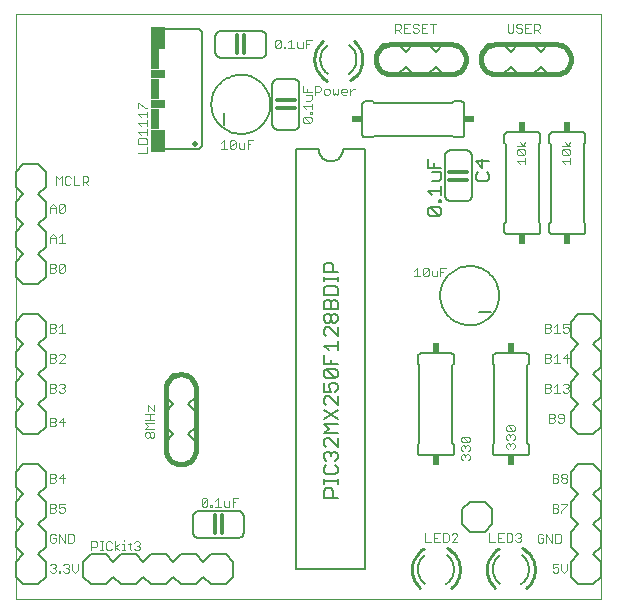
<source format=gto>
G75*
G70*
%OFA0B0*%
%FSLAX24Y24*%
%IPPOS*%
%LPD*%
%AMOC8*
5,1,8,0,0,1.08239X$1,22.5*
%
%ADD10C,0.0000*%
%ADD11C,0.0030*%
%ADD12C,0.0160*%
%ADD13C,0.0060*%
%ADD14C,0.0050*%
%ADD15C,0.0080*%
%ADD16C,0.0120*%
%ADD17R,0.0240X0.0340*%
%ADD18C,0.0100*%
%ADD19C,0.0200*%
%ADD20R,0.0500X0.0750*%
%ADD21R,0.0300X0.0700*%
%ADD22R,0.0500X0.0300*%
%ADD23R,0.0340X0.0240*%
D10*
X000181Y000181D02*
X000181Y019681D01*
X019681Y019681D01*
X019681Y000181D01*
X000181Y000181D01*
D11*
X001321Y001120D02*
X001370Y001071D01*
X001467Y001071D01*
X001515Y001120D01*
X001515Y001168D01*
X001467Y001217D01*
X001418Y001217D01*
X001467Y001217D02*
X001515Y001265D01*
X001515Y001313D01*
X001467Y001362D01*
X001370Y001362D01*
X001321Y001313D01*
X001616Y001120D02*
X001664Y001120D01*
X001664Y001071D01*
X001616Y001071D01*
X001616Y001120D01*
X001763Y001120D02*
X001812Y001071D01*
X001909Y001071D01*
X001957Y001120D01*
X001957Y001168D01*
X001909Y001217D01*
X001860Y001217D01*
X001909Y001217D02*
X001957Y001265D01*
X001957Y001313D01*
X001909Y001362D01*
X001812Y001362D01*
X001763Y001313D01*
X002058Y001362D02*
X002058Y001168D01*
X002155Y001071D01*
X002251Y001168D01*
X002251Y001362D01*
X002696Y001821D02*
X002696Y002112D01*
X002842Y002112D01*
X002890Y002063D01*
X002890Y001967D01*
X002842Y001918D01*
X002696Y001918D01*
X002991Y001821D02*
X003088Y001821D01*
X003039Y001821D02*
X003039Y002112D01*
X002991Y002112D02*
X003088Y002112D01*
X003187Y002063D02*
X003187Y001870D01*
X003236Y001821D01*
X003333Y001821D01*
X003381Y001870D01*
X003482Y001918D02*
X003627Y002015D01*
X003728Y002015D02*
X003776Y002015D01*
X003776Y001821D01*
X003728Y001821D02*
X003824Y001821D01*
X003972Y001870D02*
X004021Y001821D01*
X003972Y001870D02*
X003972Y002063D01*
X003924Y002015D02*
X004021Y002015D01*
X004120Y002063D02*
X004169Y002112D01*
X004266Y002112D01*
X004314Y002063D01*
X004314Y002015D01*
X004266Y001967D01*
X004314Y001918D01*
X004314Y001870D01*
X004266Y001821D01*
X004169Y001821D01*
X004120Y001870D01*
X004217Y001967D02*
X004266Y001967D01*
X003776Y002112D02*
X003776Y002160D01*
X003482Y002112D02*
X003482Y001821D01*
X003482Y001918D02*
X003627Y001821D01*
X003381Y002063D02*
X003333Y002112D01*
X003236Y002112D01*
X003187Y002063D01*
X002104Y002120D02*
X002104Y002313D01*
X002056Y002362D01*
X001911Y002362D01*
X001911Y002071D01*
X002056Y002071D01*
X002104Y002120D01*
X001810Y002071D02*
X001810Y002362D01*
X001616Y002362D02*
X001616Y002071D01*
X001515Y002120D02*
X001515Y002217D01*
X001418Y002217D01*
X001321Y002313D02*
X001321Y002120D01*
X001370Y002071D01*
X001467Y002071D01*
X001515Y002120D01*
X001515Y002313D02*
X001467Y002362D01*
X001370Y002362D01*
X001321Y002313D01*
X001616Y002362D02*
X001810Y002071D01*
X001761Y003071D02*
X001664Y003071D01*
X001616Y003120D01*
X001616Y003217D02*
X001713Y003265D01*
X001761Y003265D01*
X001810Y003217D01*
X001810Y003120D01*
X001761Y003071D01*
X001616Y003217D02*
X001616Y003362D01*
X001810Y003362D01*
X001515Y003313D02*
X001515Y003265D01*
X001467Y003217D01*
X001321Y003217D01*
X001321Y003362D02*
X001321Y003071D01*
X001467Y003071D01*
X001515Y003120D01*
X001515Y003168D01*
X001467Y003217D01*
X001515Y003313D02*
X001467Y003362D01*
X001321Y003362D01*
X001321Y004071D02*
X001467Y004071D01*
X001515Y004120D01*
X001515Y004168D01*
X001467Y004217D01*
X001321Y004217D01*
X001321Y004362D02*
X001321Y004071D01*
X001467Y004217D02*
X001515Y004265D01*
X001515Y004313D01*
X001467Y004362D01*
X001321Y004362D01*
X001616Y004217D02*
X001810Y004217D01*
X001761Y004362D02*
X001616Y004217D01*
X001761Y004071D02*
X001761Y004362D01*
X001761Y005946D02*
X001761Y006237D01*
X001616Y006092D01*
X001810Y006092D01*
X001515Y006140D02*
X001467Y006092D01*
X001321Y006092D01*
X001321Y006237D02*
X001467Y006237D01*
X001515Y006188D01*
X001515Y006140D01*
X001467Y006092D02*
X001515Y006043D01*
X001515Y005995D01*
X001467Y005946D01*
X001321Y005946D01*
X001321Y006237D01*
X001321Y007071D02*
X001467Y007071D01*
X001515Y007120D01*
X001515Y007168D01*
X001467Y007217D01*
X001321Y007217D01*
X001321Y007362D02*
X001321Y007071D01*
X001467Y007217D02*
X001515Y007265D01*
X001515Y007313D01*
X001467Y007362D01*
X001321Y007362D01*
X001616Y007313D02*
X001664Y007362D01*
X001761Y007362D01*
X001810Y007313D01*
X001810Y007265D01*
X001761Y007217D01*
X001810Y007168D01*
X001810Y007120D01*
X001761Y007071D01*
X001664Y007071D01*
X001616Y007120D01*
X001713Y007217D02*
X001761Y007217D01*
X001810Y008071D02*
X001616Y008071D01*
X001810Y008265D01*
X001810Y008313D01*
X001761Y008362D01*
X001664Y008362D01*
X001616Y008313D01*
X001515Y008313D02*
X001467Y008362D01*
X001321Y008362D01*
X001321Y008071D01*
X001467Y008071D01*
X001515Y008120D01*
X001515Y008168D01*
X001467Y008217D01*
X001321Y008217D01*
X001467Y008217D02*
X001515Y008265D01*
X001515Y008313D01*
X001467Y009071D02*
X001321Y009071D01*
X001321Y009362D01*
X001467Y009362D01*
X001515Y009313D01*
X001515Y009265D01*
X001467Y009217D01*
X001321Y009217D01*
X001467Y009217D02*
X001515Y009168D01*
X001515Y009120D01*
X001467Y009071D01*
X001616Y009071D02*
X001810Y009071D01*
X001713Y009071D02*
X001713Y009362D01*
X001616Y009265D01*
X001664Y011071D02*
X001616Y011120D01*
X001810Y011313D01*
X001810Y011120D01*
X001761Y011071D01*
X001664Y011071D01*
X001616Y011120D02*
X001616Y011313D01*
X001664Y011362D01*
X001761Y011362D01*
X001810Y011313D01*
X001515Y011313D02*
X001515Y011265D01*
X001467Y011217D01*
X001321Y011217D01*
X001321Y011362D02*
X001321Y011071D01*
X001467Y011071D01*
X001515Y011120D01*
X001515Y011168D01*
X001467Y011217D01*
X001515Y011313D02*
X001467Y011362D01*
X001321Y011362D01*
X001321Y012071D02*
X001321Y012265D01*
X001418Y012362D01*
X001515Y012265D01*
X001515Y012071D01*
X001616Y012071D02*
X001810Y012071D01*
X001713Y012071D02*
X001713Y012362D01*
X001616Y012265D01*
X001515Y012217D02*
X001321Y012217D01*
X001321Y013071D02*
X001321Y013265D01*
X001418Y013362D01*
X001515Y013265D01*
X001515Y013071D01*
X001616Y013120D02*
X001616Y013313D01*
X001664Y013362D01*
X001761Y013362D01*
X001810Y013313D01*
X001616Y013120D01*
X001664Y013071D01*
X001761Y013071D01*
X001810Y013120D01*
X001810Y013313D01*
X001515Y013217D02*
X001321Y013217D01*
X001518Y014001D02*
X001518Y014292D01*
X001615Y014195D01*
X001711Y014292D01*
X001711Y014001D01*
X001812Y014050D02*
X001812Y014243D01*
X001861Y014292D01*
X001958Y014292D01*
X002006Y014243D01*
X002107Y014292D02*
X002107Y014001D01*
X002301Y014001D01*
X002402Y014001D02*
X002402Y014292D01*
X002547Y014292D01*
X002595Y014243D01*
X002595Y014147D01*
X002547Y014098D01*
X002402Y014098D01*
X002499Y014098D02*
X002595Y014001D01*
X002006Y014050D02*
X001958Y014001D01*
X001861Y014001D01*
X001812Y014050D01*
X004251Y015071D02*
X004541Y015071D01*
X004541Y015265D01*
X004541Y015366D02*
X004541Y015511D01*
X004493Y015560D01*
X004300Y015560D01*
X004251Y015511D01*
X004251Y015366D01*
X004541Y015366D01*
X004541Y015661D02*
X004541Y015854D01*
X004541Y015757D02*
X004251Y015757D01*
X004348Y015661D01*
X004348Y015955D02*
X004251Y016052D01*
X004541Y016052D01*
X004541Y015955D02*
X004541Y016149D01*
X004541Y016250D02*
X004541Y016443D01*
X004541Y016347D02*
X004251Y016347D01*
X004348Y016250D01*
X004251Y016545D02*
X004251Y016738D01*
X004300Y016738D01*
X004493Y016545D01*
X004541Y016545D01*
X007018Y015395D02*
X007115Y015492D01*
X007115Y015201D01*
X007211Y015201D02*
X007018Y015201D01*
X007312Y015250D02*
X007506Y015443D01*
X007506Y015250D01*
X007458Y015201D01*
X007361Y015201D01*
X007312Y015250D01*
X007312Y015443D01*
X007361Y015492D01*
X007458Y015492D01*
X007506Y015443D01*
X007607Y015395D02*
X007607Y015250D01*
X007655Y015201D01*
X007801Y015201D01*
X007801Y015395D01*
X007902Y015347D02*
X007999Y015347D01*
X008095Y015492D02*
X007902Y015492D01*
X007902Y015201D01*
X009751Y016120D02*
X009751Y016217D01*
X009800Y016265D01*
X009993Y016071D01*
X010041Y016120D01*
X010041Y016217D01*
X009993Y016265D01*
X009800Y016265D01*
X009751Y016120D02*
X009800Y016071D01*
X009993Y016071D01*
X009993Y016366D02*
X009993Y016414D01*
X010041Y016414D01*
X010041Y016366D01*
X009993Y016366D01*
X010041Y016513D02*
X010041Y016707D01*
X010041Y016610D02*
X009751Y016610D01*
X009848Y016513D01*
X009848Y016808D02*
X009993Y016808D01*
X010041Y016856D01*
X010041Y017001D01*
X009848Y017001D01*
X009896Y017103D02*
X009896Y017199D01*
X009751Y017103D02*
X009751Y017296D01*
X009751Y017103D02*
X010041Y017103D01*
X010147Y017098D02*
X010292Y017098D01*
X010341Y017147D01*
X010341Y017243D01*
X010292Y017292D01*
X010147Y017292D01*
X010147Y017001D01*
X010442Y017050D02*
X010490Y017001D01*
X010587Y017001D01*
X010635Y017050D01*
X010635Y017147D01*
X010587Y017195D01*
X010490Y017195D01*
X010442Y017147D01*
X010442Y017050D01*
X010737Y017050D02*
X010785Y017001D01*
X010833Y017050D01*
X010882Y017001D01*
X010930Y017050D01*
X010930Y017195D01*
X011031Y017147D02*
X011080Y017195D01*
X011176Y017195D01*
X011225Y017147D01*
X011225Y017098D01*
X011031Y017098D01*
X011031Y017050D02*
X011031Y017147D01*
X011031Y017050D02*
X011080Y017001D01*
X011176Y017001D01*
X011326Y017001D02*
X011326Y017195D01*
X011423Y017195D02*
X011471Y017195D01*
X011423Y017195D02*
X011326Y017098D01*
X010737Y017050D02*
X010737Y017195D01*
X009852Y018551D02*
X009852Y018842D01*
X010045Y018842D01*
X009949Y018697D02*
X009852Y018697D01*
X009751Y018745D02*
X009751Y018551D01*
X009605Y018551D01*
X009557Y018600D01*
X009557Y018745D01*
X009456Y018551D02*
X009262Y018551D01*
X009359Y018551D02*
X009359Y018842D01*
X009262Y018745D01*
X009164Y018600D02*
X009115Y018600D01*
X009115Y018551D01*
X009164Y018551D01*
X009164Y018600D01*
X009014Y018600D02*
X009014Y018793D01*
X008821Y018600D01*
X008869Y018551D01*
X008966Y018551D01*
X009014Y018600D01*
X009014Y018793D02*
X008966Y018842D01*
X008869Y018842D01*
X008821Y018793D01*
X008821Y018600D01*
X012821Y019071D02*
X012821Y019362D01*
X012967Y019362D01*
X013015Y019313D01*
X013015Y019217D01*
X012967Y019168D01*
X012821Y019168D01*
X012918Y019168D02*
X013015Y019071D01*
X013116Y019071D02*
X013116Y019362D01*
X013310Y019362D01*
X013411Y019313D02*
X013411Y019265D01*
X013459Y019217D01*
X013556Y019217D01*
X013604Y019168D01*
X013604Y019120D01*
X013556Y019071D01*
X013459Y019071D01*
X013411Y019120D01*
X013310Y019071D02*
X013116Y019071D01*
X013116Y019217D02*
X013213Y019217D01*
X013411Y019313D02*
X013459Y019362D01*
X013556Y019362D01*
X013604Y019313D01*
X013705Y019362D02*
X013705Y019071D01*
X013899Y019071D01*
X013802Y019217D02*
X013705Y019217D01*
X013705Y019362D02*
X013899Y019362D01*
X014000Y019362D02*
X014193Y019362D01*
X014097Y019362D02*
X014097Y019071D01*
X016571Y019120D02*
X016620Y019071D01*
X016717Y019071D01*
X016765Y019120D01*
X016765Y019362D01*
X016866Y019313D02*
X016866Y019265D01*
X016914Y019217D01*
X017011Y019217D01*
X017060Y019168D01*
X017060Y019120D01*
X017011Y019071D01*
X016914Y019071D01*
X016866Y019120D01*
X016866Y019313D02*
X016914Y019362D01*
X017011Y019362D01*
X017060Y019313D01*
X017161Y019362D02*
X017161Y019071D01*
X017354Y019071D01*
X017455Y019071D02*
X017455Y019362D01*
X017600Y019362D01*
X017649Y019313D01*
X017649Y019217D01*
X017600Y019168D01*
X017455Y019168D01*
X017552Y019168D02*
X017649Y019071D01*
X017354Y019362D02*
X017161Y019362D01*
X017161Y019217D02*
X017257Y019217D01*
X016571Y019120D02*
X016571Y019362D01*
X016973Y015431D02*
X017070Y015286D01*
X017166Y015431D01*
X017166Y015286D02*
X016876Y015286D01*
X016925Y015185D02*
X016876Y015136D01*
X016876Y015039D01*
X016925Y014991D01*
X017118Y014991D01*
X016925Y015185D01*
X017118Y015185D01*
X017166Y015136D01*
X017166Y015039D01*
X017118Y014991D01*
X017166Y014890D02*
X017166Y014696D01*
X017166Y014793D02*
X016876Y014793D01*
X016973Y014696D01*
X018376Y014793D02*
X018666Y014793D01*
X018666Y014696D02*
X018666Y014890D01*
X018618Y014991D02*
X018425Y015185D01*
X018618Y015185D01*
X018666Y015136D01*
X018666Y015039D01*
X018618Y014991D01*
X018425Y014991D01*
X018376Y015039D01*
X018376Y015136D01*
X018425Y015185D01*
X018376Y015286D02*
X018666Y015286D01*
X018570Y015286D02*
X018473Y015431D01*
X018570Y015286D02*
X018666Y015431D01*
X018376Y014793D02*
X018473Y014696D01*
X014524Y011237D02*
X014330Y011237D01*
X014330Y010946D01*
X014229Y010946D02*
X014229Y011140D01*
X014330Y011092D02*
X014427Y011092D01*
X014229Y010946D02*
X014084Y010946D01*
X014036Y010995D01*
X014036Y011140D01*
X013935Y011188D02*
X013935Y010995D01*
X013886Y010946D01*
X013789Y010946D01*
X013741Y010995D01*
X013935Y011188D01*
X013886Y011237D01*
X013789Y011237D01*
X013741Y011188D01*
X013741Y010995D01*
X013640Y010946D02*
X013446Y010946D01*
X013543Y010946D02*
X013543Y011237D01*
X013446Y011140D01*
X017821Y009362D02*
X017821Y009071D01*
X017967Y009071D01*
X018015Y009120D01*
X018015Y009168D01*
X017967Y009217D01*
X017821Y009217D01*
X017821Y009362D02*
X017967Y009362D01*
X018015Y009313D01*
X018015Y009265D01*
X017967Y009217D01*
X018116Y009265D02*
X018213Y009362D01*
X018213Y009071D01*
X018116Y009071D02*
X018310Y009071D01*
X018411Y009120D02*
X018459Y009071D01*
X018556Y009071D01*
X018604Y009120D01*
X018604Y009217D01*
X018556Y009265D01*
X018507Y009265D01*
X018411Y009217D01*
X018411Y009362D01*
X018604Y009362D01*
X018556Y008362D02*
X018411Y008217D01*
X018604Y008217D01*
X018556Y008362D02*
X018556Y008071D01*
X018310Y008071D02*
X018116Y008071D01*
X018213Y008071D02*
X018213Y008362D01*
X018116Y008265D01*
X018015Y008265D02*
X017967Y008217D01*
X017821Y008217D01*
X017821Y008362D02*
X017821Y008071D01*
X017967Y008071D01*
X018015Y008120D01*
X018015Y008168D01*
X017967Y008217D01*
X018015Y008265D02*
X018015Y008313D01*
X017967Y008362D01*
X017821Y008362D01*
X017821Y007362D02*
X017967Y007362D01*
X018015Y007313D01*
X018015Y007265D01*
X017967Y007217D01*
X017821Y007217D01*
X017821Y007362D02*
X017821Y007071D01*
X017967Y007071D01*
X018015Y007120D01*
X018015Y007168D01*
X017967Y007217D01*
X018116Y007265D02*
X018213Y007362D01*
X018213Y007071D01*
X018116Y007071D02*
X018310Y007071D01*
X018411Y007120D02*
X018459Y007071D01*
X018556Y007071D01*
X018604Y007120D01*
X018604Y007168D01*
X018556Y007217D01*
X018507Y007217D01*
X018556Y007217D02*
X018604Y007265D01*
X018604Y007313D01*
X018556Y007362D01*
X018459Y007362D01*
X018411Y007313D01*
X018386Y006362D02*
X018289Y006362D01*
X018241Y006313D01*
X018241Y006265D01*
X018289Y006217D01*
X018435Y006217D01*
X018435Y006313D02*
X018435Y006120D01*
X018386Y006071D01*
X018289Y006071D01*
X018241Y006120D01*
X018140Y006120D02*
X018092Y006071D01*
X017946Y006071D01*
X017946Y006362D01*
X018092Y006362D01*
X018140Y006313D01*
X018140Y006265D01*
X018092Y006217D01*
X017946Y006217D01*
X018092Y006217D02*
X018140Y006168D01*
X018140Y006120D01*
X018386Y006362D02*
X018435Y006313D01*
X016811Y005931D02*
X016811Y005834D01*
X016763Y005786D01*
X016570Y005979D01*
X016763Y005979D01*
X016811Y005931D01*
X016763Y005786D02*
X016570Y005786D01*
X016521Y005834D01*
X016521Y005931D01*
X016570Y005979D01*
X016570Y005685D02*
X016618Y005685D01*
X016666Y005636D01*
X016715Y005685D01*
X016763Y005685D01*
X016811Y005636D01*
X016811Y005539D01*
X016763Y005491D01*
X016763Y005390D02*
X016811Y005342D01*
X016811Y005245D01*
X016763Y005196D01*
X016666Y005293D02*
X016666Y005342D01*
X016715Y005390D01*
X016763Y005390D01*
X016666Y005342D02*
X016618Y005390D01*
X016570Y005390D01*
X016521Y005342D01*
X016521Y005245D01*
X016570Y005196D01*
X016570Y005491D02*
X016521Y005539D01*
X016521Y005636D01*
X016570Y005685D01*
X016666Y005636D02*
X016666Y005588D01*
X015311Y005556D02*
X015311Y005459D01*
X015263Y005411D01*
X015070Y005604D01*
X015263Y005604D01*
X015311Y005556D01*
X015263Y005411D02*
X015070Y005411D01*
X015021Y005459D01*
X015021Y005556D01*
X015070Y005604D01*
X015070Y005310D02*
X015118Y005310D01*
X015166Y005261D01*
X015215Y005310D01*
X015263Y005310D01*
X015311Y005261D01*
X015311Y005164D01*
X015263Y005116D01*
X015263Y005015D02*
X015311Y004967D01*
X015311Y004870D01*
X015263Y004821D01*
X015166Y004918D02*
X015166Y004967D01*
X015215Y005015D01*
X015263Y005015D01*
X015166Y004967D02*
X015118Y005015D01*
X015070Y005015D01*
X015021Y004967D01*
X015021Y004870D01*
X015070Y004821D01*
X015070Y005116D02*
X015021Y005164D01*
X015021Y005261D01*
X015070Y005310D01*
X015166Y005261D02*
X015166Y005213D01*
X014850Y002387D02*
X014754Y002387D01*
X014705Y002338D01*
X014604Y002338D02*
X014604Y002145D01*
X014556Y002096D01*
X014411Y002096D01*
X014411Y002387D01*
X014556Y002387D01*
X014604Y002338D01*
X014850Y002387D02*
X014899Y002338D01*
X014899Y002290D01*
X014705Y002096D01*
X014899Y002096D01*
X014310Y002096D02*
X014116Y002096D01*
X014116Y002387D01*
X014310Y002387D01*
X014213Y002242D02*
X014116Y002242D01*
X014015Y002096D02*
X013821Y002096D01*
X013821Y002387D01*
X015946Y002387D02*
X015946Y002096D01*
X016140Y002096D01*
X016241Y002096D02*
X016435Y002096D01*
X016536Y002096D02*
X016536Y002387D01*
X016681Y002387D01*
X016729Y002338D01*
X016729Y002145D01*
X016681Y002096D01*
X016536Y002096D01*
X016338Y002242D02*
X016241Y002242D01*
X016241Y002387D02*
X016241Y002096D01*
X016241Y002387D02*
X016435Y002387D01*
X016830Y002338D02*
X016879Y002387D01*
X016975Y002387D01*
X017024Y002338D01*
X017024Y002290D01*
X016975Y002242D01*
X017024Y002193D01*
X017024Y002145D01*
X016975Y002096D01*
X016879Y002096D01*
X016830Y002145D01*
X016927Y002242D02*
X016975Y002242D01*
X017571Y002313D02*
X017571Y002120D01*
X017620Y002071D01*
X017717Y002071D01*
X017765Y002120D01*
X017765Y002217D01*
X017668Y002217D01*
X017571Y002313D02*
X017620Y002362D01*
X017717Y002362D01*
X017765Y002313D01*
X017866Y002362D02*
X018060Y002071D01*
X018060Y002362D01*
X018161Y002362D02*
X018161Y002071D01*
X018306Y002071D01*
X018354Y002120D01*
X018354Y002313D01*
X018306Y002362D01*
X018161Y002362D01*
X017866Y002362D02*
X017866Y002071D01*
X018071Y001362D02*
X018071Y001217D01*
X018168Y001265D01*
X018217Y001265D01*
X018265Y001217D01*
X018265Y001120D01*
X018217Y001071D01*
X018120Y001071D01*
X018071Y001120D01*
X018071Y001362D02*
X018265Y001362D01*
X018366Y001362D02*
X018366Y001168D01*
X018463Y001071D01*
X018560Y001168D01*
X018560Y001362D01*
X018366Y003071D02*
X018366Y003120D01*
X018560Y003313D01*
X018560Y003362D01*
X018366Y003362D01*
X018265Y003313D02*
X018265Y003265D01*
X018217Y003217D01*
X018071Y003217D01*
X018071Y003362D02*
X018071Y003071D01*
X018217Y003071D01*
X018265Y003120D01*
X018265Y003168D01*
X018217Y003217D01*
X018265Y003313D02*
X018217Y003362D01*
X018071Y003362D01*
X018071Y004071D02*
X018217Y004071D01*
X018265Y004120D01*
X018265Y004168D01*
X018217Y004217D01*
X018071Y004217D01*
X018071Y004362D02*
X018071Y004071D01*
X018217Y004217D02*
X018265Y004265D01*
X018265Y004313D01*
X018217Y004362D01*
X018071Y004362D01*
X018366Y004313D02*
X018366Y004265D01*
X018414Y004217D01*
X018511Y004217D01*
X018560Y004168D01*
X018560Y004120D01*
X018511Y004071D01*
X018414Y004071D01*
X018366Y004120D01*
X018366Y004168D01*
X018414Y004217D01*
X018511Y004217D02*
X018560Y004265D01*
X018560Y004313D01*
X018511Y004362D01*
X018414Y004362D01*
X018366Y004313D01*
X007596Y003562D02*
X007403Y003562D01*
X007403Y003271D01*
X007301Y003271D02*
X007301Y003465D01*
X007403Y003417D02*
X007499Y003417D01*
X007301Y003271D02*
X007156Y003271D01*
X007108Y003320D01*
X007108Y003465D01*
X007007Y003271D02*
X006813Y003271D01*
X006910Y003271D02*
X006910Y003562D01*
X006813Y003465D01*
X006714Y003320D02*
X006714Y003271D01*
X006666Y003271D01*
X006666Y003320D01*
X006714Y003320D01*
X006565Y003320D02*
X006517Y003271D01*
X006420Y003271D01*
X006371Y003320D01*
X006565Y003513D01*
X006565Y003320D01*
X006565Y003513D02*
X006517Y003562D01*
X006420Y003562D01*
X006371Y003513D01*
X006371Y003320D01*
X004743Y005571D02*
X004695Y005571D01*
X004646Y005620D01*
X004646Y005717D01*
X004695Y005765D01*
X004743Y005765D01*
X004791Y005717D01*
X004791Y005620D01*
X004743Y005571D01*
X004646Y005620D02*
X004598Y005571D01*
X004550Y005571D01*
X004501Y005620D01*
X004501Y005717D01*
X004550Y005765D01*
X004598Y005765D01*
X004646Y005717D01*
X004501Y005866D02*
X004598Y005963D01*
X004501Y006060D01*
X004791Y006060D01*
X004791Y006161D02*
X004501Y006161D01*
X004646Y006161D02*
X004646Y006354D01*
X004598Y006455D02*
X004598Y006649D01*
X004791Y006455D01*
X004791Y006649D01*
X004791Y006354D02*
X004501Y006354D01*
X004501Y005866D02*
X004791Y005866D01*
D12*
X005181Y005181D02*
X005181Y007181D01*
X005681Y007681D02*
X005725Y007679D01*
X005768Y007673D01*
X005810Y007664D01*
X005852Y007651D01*
X005892Y007634D01*
X005931Y007614D01*
X005968Y007591D01*
X006002Y007564D01*
X006035Y007535D01*
X006064Y007502D01*
X006091Y007468D01*
X006114Y007431D01*
X006134Y007392D01*
X006151Y007352D01*
X006164Y007310D01*
X006173Y007268D01*
X006179Y007225D01*
X006181Y007181D01*
X006181Y005181D01*
X005681Y004681D02*
X005637Y004683D01*
X005594Y004689D01*
X005552Y004698D01*
X005510Y004711D01*
X005470Y004728D01*
X005431Y004748D01*
X005394Y004771D01*
X005360Y004798D01*
X005327Y004827D01*
X005298Y004860D01*
X005271Y004894D01*
X005248Y004931D01*
X005228Y004970D01*
X005211Y005010D01*
X005198Y005052D01*
X005189Y005094D01*
X005183Y005137D01*
X005181Y005181D01*
X005681Y004681D02*
X005725Y004683D01*
X005768Y004689D01*
X005810Y004698D01*
X005852Y004711D01*
X005892Y004728D01*
X005931Y004748D01*
X005968Y004771D01*
X006002Y004798D01*
X006035Y004827D01*
X006064Y004860D01*
X006091Y004894D01*
X006114Y004931D01*
X006134Y004970D01*
X006151Y005010D01*
X006164Y005052D01*
X006173Y005094D01*
X006179Y005137D01*
X006181Y005181D01*
X005181Y007181D02*
X005183Y007225D01*
X005189Y007268D01*
X005198Y007310D01*
X005211Y007352D01*
X005228Y007392D01*
X005248Y007431D01*
X005271Y007468D01*
X005298Y007502D01*
X005327Y007535D01*
X005360Y007564D01*
X005394Y007591D01*
X005431Y007614D01*
X005470Y007634D01*
X005510Y007651D01*
X005552Y007664D01*
X005594Y007673D01*
X005637Y007679D01*
X005681Y007681D01*
X012681Y017681D02*
X014681Y017681D01*
X014725Y017683D01*
X014768Y017689D01*
X014810Y017698D01*
X014852Y017711D01*
X014892Y017728D01*
X014931Y017748D01*
X014968Y017771D01*
X015002Y017798D01*
X015035Y017827D01*
X015064Y017860D01*
X015091Y017894D01*
X015114Y017931D01*
X015134Y017970D01*
X015151Y018010D01*
X015164Y018052D01*
X015173Y018094D01*
X015179Y018137D01*
X015181Y018181D01*
X015179Y018225D01*
X015173Y018268D01*
X015164Y018310D01*
X015151Y018352D01*
X015134Y018392D01*
X015114Y018431D01*
X015091Y018468D01*
X015064Y018502D01*
X015035Y018535D01*
X015002Y018564D01*
X014968Y018591D01*
X014931Y018614D01*
X014892Y018634D01*
X014852Y018651D01*
X014810Y018664D01*
X014768Y018673D01*
X014725Y018679D01*
X014681Y018681D01*
X012681Y018681D01*
X012637Y018679D01*
X012594Y018673D01*
X012552Y018664D01*
X012510Y018651D01*
X012470Y018634D01*
X012431Y018614D01*
X012394Y018591D01*
X012360Y018564D01*
X012327Y018535D01*
X012298Y018502D01*
X012271Y018468D01*
X012248Y018431D01*
X012228Y018392D01*
X012211Y018352D01*
X012198Y018310D01*
X012189Y018268D01*
X012183Y018225D01*
X012181Y018181D01*
X012183Y018137D01*
X012189Y018094D01*
X012198Y018052D01*
X012211Y018010D01*
X012228Y017970D01*
X012248Y017931D01*
X012271Y017894D01*
X012298Y017860D01*
X012327Y017827D01*
X012360Y017798D01*
X012394Y017771D01*
X012431Y017748D01*
X012470Y017728D01*
X012510Y017711D01*
X012552Y017698D01*
X012594Y017689D01*
X012637Y017683D01*
X012681Y017681D01*
X016181Y017681D02*
X018181Y017681D01*
X018225Y017683D01*
X018268Y017689D01*
X018310Y017698D01*
X018352Y017711D01*
X018392Y017728D01*
X018431Y017748D01*
X018468Y017771D01*
X018502Y017798D01*
X018535Y017827D01*
X018564Y017860D01*
X018591Y017894D01*
X018614Y017931D01*
X018634Y017970D01*
X018651Y018010D01*
X018664Y018052D01*
X018673Y018094D01*
X018679Y018137D01*
X018681Y018181D01*
X018679Y018225D01*
X018673Y018268D01*
X018664Y018310D01*
X018651Y018352D01*
X018634Y018392D01*
X018614Y018431D01*
X018591Y018468D01*
X018564Y018502D01*
X018535Y018535D01*
X018502Y018564D01*
X018468Y018591D01*
X018431Y018614D01*
X018392Y018634D01*
X018352Y018651D01*
X018310Y018664D01*
X018268Y018673D01*
X018225Y018679D01*
X018181Y018681D01*
X016181Y018681D01*
X016137Y018679D01*
X016094Y018673D01*
X016052Y018664D01*
X016010Y018651D01*
X015970Y018634D01*
X015931Y018614D01*
X015894Y018591D01*
X015860Y018564D01*
X015827Y018535D01*
X015798Y018502D01*
X015771Y018468D01*
X015748Y018431D01*
X015728Y018392D01*
X015711Y018352D01*
X015698Y018310D01*
X015689Y018268D01*
X015683Y018225D01*
X015681Y018181D01*
X015683Y018137D01*
X015689Y018094D01*
X015698Y018052D01*
X015711Y018010D01*
X015728Y017970D01*
X015748Y017931D01*
X015771Y017894D01*
X015798Y017860D01*
X015827Y017827D01*
X015860Y017798D01*
X015894Y017771D01*
X015931Y017748D01*
X015970Y017728D01*
X016010Y017711D01*
X016052Y017698D01*
X016094Y017689D01*
X016137Y017683D01*
X016181Y017681D01*
D13*
X015131Y016681D02*
X015131Y015681D01*
X015129Y015664D01*
X015125Y015647D01*
X015118Y015631D01*
X015108Y015617D01*
X015095Y015604D01*
X015081Y015594D01*
X015065Y015587D01*
X015048Y015583D01*
X015031Y015581D01*
X014781Y015581D01*
X014731Y015631D01*
X012131Y015631D01*
X012081Y015581D01*
X011831Y015581D01*
X011814Y015583D01*
X011797Y015587D01*
X011781Y015594D01*
X011767Y015604D01*
X011754Y015617D01*
X011744Y015631D01*
X011737Y015647D01*
X011733Y015664D01*
X011731Y015681D01*
X011731Y016681D01*
X011733Y016698D01*
X011737Y016715D01*
X011744Y016731D01*
X011754Y016745D01*
X011767Y016758D01*
X011781Y016768D01*
X011797Y016775D01*
X011814Y016779D01*
X011831Y016781D01*
X012081Y016781D01*
X012131Y016731D01*
X014731Y016731D01*
X014781Y016781D01*
X015031Y016781D01*
X015048Y016779D01*
X015065Y016775D01*
X015081Y016768D01*
X015095Y016758D01*
X015108Y016745D01*
X015118Y016731D01*
X015125Y016715D01*
X015129Y016698D01*
X015131Y016681D01*
X016456Y015656D02*
X016456Y015406D01*
X016506Y015356D01*
X016506Y012756D01*
X016456Y012706D01*
X016456Y012456D01*
X016458Y012439D01*
X016462Y012422D01*
X016469Y012406D01*
X016479Y012392D01*
X016492Y012379D01*
X016506Y012369D01*
X016522Y012362D01*
X016539Y012358D01*
X016556Y012356D01*
X017556Y012356D01*
X017573Y012358D01*
X017590Y012362D01*
X017606Y012369D01*
X017620Y012379D01*
X017633Y012392D01*
X017643Y012406D01*
X017650Y012422D01*
X017654Y012439D01*
X017656Y012456D01*
X017656Y012706D01*
X017606Y012756D01*
X017606Y015356D01*
X017656Y015406D01*
X017656Y015656D01*
X017654Y015673D01*
X017650Y015690D01*
X017643Y015706D01*
X017633Y015720D01*
X017620Y015733D01*
X017606Y015743D01*
X017590Y015750D01*
X017573Y015754D01*
X017556Y015756D01*
X016556Y015756D01*
X016539Y015754D01*
X016522Y015750D01*
X016506Y015743D01*
X016492Y015733D01*
X016479Y015720D01*
X016469Y015706D01*
X016462Y015690D01*
X016458Y015673D01*
X016456Y015656D01*
X015381Y014956D02*
X015381Y013656D01*
X015379Y013630D01*
X015374Y013604D01*
X015366Y013579D01*
X015354Y013556D01*
X015340Y013534D01*
X015322Y013515D01*
X015303Y013497D01*
X015281Y013483D01*
X015258Y013471D01*
X015233Y013463D01*
X015207Y013458D01*
X015181Y013456D01*
X014681Y013456D01*
X014655Y013458D01*
X014629Y013463D01*
X014604Y013471D01*
X014581Y013483D01*
X014559Y013497D01*
X014540Y013515D01*
X014522Y013534D01*
X014508Y013556D01*
X014496Y013579D01*
X014488Y013604D01*
X014483Y013630D01*
X014481Y013656D01*
X014481Y014956D01*
X014483Y014982D01*
X014488Y015008D01*
X014496Y015033D01*
X014508Y015056D01*
X014522Y015078D01*
X014540Y015097D01*
X014559Y015115D01*
X014581Y015129D01*
X014604Y015141D01*
X014629Y015149D01*
X014655Y015154D01*
X014681Y015156D01*
X015181Y015156D01*
X015207Y015154D01*
X015233Y015149D01*
X015258Y015141D01*
X015281Y015129D01*
X015303Y015115D01*
X015322Y015097D01*
X015340Y015078D01*
X015354Y015056D01*
X015366Y015033D01*
X015374Y015008D01*
X015379Y014982D01*
X015381Y014956D01*
X017956Y015406D02*
X018006Y015356D01*
X018006Y012756D01*
X017956Y012706D01*
X017956Y012456D01*
X017958Y012439D01*
X017962Y012422D01*
X017969Y012406D01*
X017979Y012392D01*
X017992Y012379D01*
X018006Y012369D01*
X018022Y012362D01*
X018039Y012358D01*
X018056Y012356D01*
X019056Y012356D01*
X019073Y012358D01*
X019090Y012362D01*
X019106Y012369D01*
X019120Y012379D01*
X019133Y012392D01*
X019143Y012406D01*
X019150Y012422D01*
X019154Y012439D01*
X019156Y012456D01*
X019156Y012706D01*
X019106Y012756D01*
X019106Y015356D01*
X019156Y015406D01*
X019156Y015656D01*
X019154Y015673D01*
X019150Y015690D01*
X019143Y015706D01*
X019133Y015720D01*
X019120Y015733D01*
X019106Y015743D01*
X019090Y015750D01*
X019073Y015754D01*
X019056Y015756D01*
X018056Y015756D01*
X018039Y015754D01*
X018022Y015750D01*
X018006Y015743D01*
X017992Y015733D01*
X017979Y015720D01*
X017969Y015706D01*
X017962Y015690D01*
X017958Y015673D01*
X017956Y015656D01*
X017956Y015406D01*
X011831Y015181D02*
X011081Y015181D01*
X011079Y015142D01*
X011073Y015103D01*
X011064Y015065D01*
X011051Y015028D01*
X011034Y014992D01*
X011014Y014959D01*
X010990Y014927D01*
X010964Y014898D01*
X010935Y014872D01*
X010903Y014848D01*
X010870Y014828D01*
X010834Y014811D01*
X010797Y014798D01*
X010759Y014789D01*
X010720Y014783D01*
X010681Y014781D01*
X010642Y014783D01*
X010603Y014789D01*
X010565Y014798D01*
X010528Y014811D01*
X010492Y014828D01*
X010459Y014848D01*
X010427Y014872D01*
X010398Y014898D01*
X010372Y014927D01*
X010348Y014959D01*
X010328Y014992D01*
X010311Y015028D01*
X010298Y015065D01*
X010289Y015103D01*
X010283Y015142D01*
X010281Y015181D01*
X009531Y015181D01*
X009531Y001181D01*
X011831Y001181D01*
X011831Y015181D01*
X009631Y016031D02*
X009631Y017331D01*
X009629Y017357D01*
X009624Y017383D01*
X009616Y017408D01*
X009604Y017431D01*
X009590Y017453D01*
X009572Y017472D01*
X009553Y017490D01*
X009531Y017504D01*
X009508Y017516D01*
X009483Y017524D01*
X009457Y017529D01*
X009431Y017531D01*
X008931Y017531D01*
X008905Y017529D01*
X008879Y017524D01*
X008854Y017516D01*
X008831Y017504D01*
X008809Y017490D01*
X008790Y017472D01*
X008772Y017453D01*
X008758Y017431D01*
X008746Y017408D01*
X008738Y017383D01*
X008733Y017357D01*
X008731Y017331D01*
X008731Y016031D01*
X008733Y016005D01*
X008738Y015979D01*
X008746Y015954D01*
X008758Y015931D01*
X008772Y015909D01*
X008790Y015890D01*
X008809Y015872D01*
X008831Y015858D01*
X008854Y015846D01*
X008879Y015838D01*
X008905Y015833D01*
X008931Y015831D01*
X009431Y015831D01*
X009457Y015833D01*
X009483Y015838D01*
X009508Y015846D01*
X009531Y015858D01*
X009553Y015872D01*
X009572Y015890D01*
X009590Y015909D01*
X009604Y015931D01*
X009616Y015954D01*
X009624Y015979D01*
X009629Y016005D01*
X009631Y016031D01*
X011299Y017707D02*
X011334Y017737D01*
X011367Y017768D01*
X011397Y017803D01*
X011424Y017839D01*
X011448Y017877D01*
X011470Y017917D01*
X011488Y017959D01*
X011504Y018002D01*
X011516Y018046D01*
X011524Y018090D01*
X011529Y018136D01*
X011531Y018181D01*
X011529Y018226D01*
X011524Y018272D01*
X011516Y018316D01*
X011504Y018360D01*
X011488Y018403D01*
X011470Y018445D01*
X011448Y018485D01*
X011424Y018523D01*
X011397Y018559D01*
X011367Y018594D01*
X011334Y018625D01*
X011299Y018655D01*
X010331Y018181D02*
X010333Y018135D01*
X010338Y018089D01*
X010347Y018043D01*
X010359Y017998D01*
X010375Y017955D01*
X010394Y017913D01*
X010417Y017872D01*
X010442Y017833D01*
X010470Y017797D01*
X010501Y017762D01*
X010535Y017730D01*
X010571Y017701D01*
X010331Y018181D02*
X010333Y018228D01*
X010339Y018276D01*
X010348Y018322D01*
X010361Y018368D01*
X010377Y018412D01*
X010397Y018456D01*
X010421Y018497D01*
X010447Y018536D01*
X010477Y018573D01*
X010510Y018608D01*
X010545Y018640D01*
X010582Y018669D01*
X008531Y018431D02*
X008531Y018931D01*
X008529Y018957D01*
X008524Y018983D01*
X008516Y019008D01*
X008504Y019031D01*
X008490Y019053D01*
X008472Y019072D01*
X008453Y019090D01*
X008431Y019104D01*
X008408Y019116D01*
X008383Y019124D01*
X008357Y019129D01*
X008331Y019131D01*
X007031Y019131D01*
X007005Y019129D01*
X006979Y019124D01*
X006954Y019116D01*
X006931Y019104D01*
X006909Y019090D01*
X006890Y019072D01*
X006872Y019053D01*
X006858Y019031D01*
X006846Y019008D01*
X006838Y018983D01*
X006833Y018957D01*
X006831Y018931D01*
X006831Y018431D01*
X006833Y018405D01*
X006838Y018379D01*
X006846Y018354D01*
X006858Y018331D01*
X006872Y018309D01*
X006890Y018290D01*
X006909Y018272D01*
X006931Y018258D01*
X006954Y018246D01*
X006979Y018238D01*
X007005Y018233D01*
X007031Y018231D01*
X008331Y018231D01*
X008357Y018233D01*
X008383Y018238D01*
X008408Y018246D01*
X008431Y018258D01*
X008453Y018272D01*
X008472Y018290D01*
X008490Y018309D01*
X008504Y018331D01*
X008516Y018354D01*
X008524Y018379D01*
X008529Y018405D01*
X008531Y018431D01*
X006381Y019081D02*
X006381Y015281D01*
X006281Y015181D01*
X005131Y015181D01*
X005131Y019181D02*
X006281Y019181D01*
X006381Y019081D01*
X013681Y008381D02*
X014681Y008381D01*
X014698Y008379D01*
X014715Y008375D01*
X014731Y008368D01*
X014745Y008358D01*
X014758Y008345D01*
X014768Y008331D01*
X014775Y008315D01*
X014779Y008298D01*
X014781Y008281D01*
X014781Y008031D01*
X014731Y007981D01*
X014731Y005381D01*
X014781Y005331D01*
X014781Y005081D01*
X014779Y005064D01*
X014775Y005047D01*
X014768Y005031D01*
X014758Y005017D01*
X014745Y005004D01*
X014731Y004994D01*
X014715Y004987D01*
X014698Y004983D01*
X014681Y004981D01*
X013681Y004981D01*
X013664Y004983D01*
X013647Y004987D01*
X013631Y004994D01*
X013617Y005004D01*
X013604Y005017D01*
X013594Y005031D01*
X013587Y005047D01*
X013583Y005064D01*
X013581Y005081D01*
X013581Y005331D01*
X013631Y005381D01*
X013631Y007981D01*
X013581Y008031D01*
X013581Y008281D01*
X013583Y008298D01*
X013587Y008315D01*
X013594Y008331D01*
X013604Y008345D01*
X013617Y008358D01*
X013631Y008368D01*
X013647Y008375D01*
X013664Y008379D01*
X013681Y008381D01*
X016081Y008281D02*
X016081Y008031D01*
X016131Y007981D01*
X016131Y005381D01*
X016081Y005331D01*
X016081Y005081D01*
X016083Y005064D01*
X016087Y005047D01*
X016094Y005031D01*
X016104Y005017D01*
X016117Y005004D01*
X016131Y004994D01*
X016147Y004987D01*
X016164Y004983D01*
X016181Y004981D01*
X017181Y004981D01*
X017198Y004983D01*
X017215Y004987D01*
X017231Y004994D01*
X017245Y005004D01*
X017258Y005017D01*
X017268Y005031D01*
X017275Y005047D01*
X017279Y005064D01*
X017281Y005081D01*
X017281Y005331D01*
X017231Y005381D01*
X017231Y007981D01*
X017281Y008031D01*
X017281Y008281D01*
X017279Y008298D01*
X017275Y008315D01*
X017268Y008331D01*
X017258Y008345D01*
X017245Y008358D01*
X017231Y008368D01*
X017215Y008375D01*
X017198Y008379D01*
X017181Y008381D01*
X016181Y008381D01*
X016164Y008379D01*
X016147Y008375D01*
X016131Y008368D01*
X016117Y008358D01*
X016104Y008345D01*
X016094Y008331D01*
X016087Y008315D01*
X016083Y008298D01*
X016081Y008281D01*
X016313Y001655D02*
X016278Y001625D01*
X016245Y001594D01*
X016215Y001559D01*
X016188Y001523D01*
X016164Y001485D01*
X016142Y001445D01*
X016124Y001403D01*
X016108Y001360D01*
X016096Y001316D01*
X016088Y001272D01*
X016083Y001226D01*
X016081Y001181D01*
X016083Y001136D01*
X016088Y001090D01*
X016096Y001046D01*
X016108Y001002D01*
X016124Y000959D01*
X016142Y000917D01*
X016164Y000877D01*
X016188Y000839D01*
X016215Y000803D01*
X016245Y000768D01*
X016278Y000737D01*
X016313Y000707D01*
X017281Y001181D02*
X017279Y001227D01*
X017274Y001273D01*
X017265Y001319D01*
X017253Y001364D01*
X017237Y001407D01*
X017218Y001449D01*
X017195Y001490D01*
X017170Y001529D01*
X017142Y001565D01*
X017111Y001600D01*
X017077Y001632D01*
X017041Y001661D01*
X017281Y001181D02*
X017279Y001134D01*
X017273Y001086D01*
X017264Y001040D01*
X017251Y000994D01*
X017235Y000950D01*
X017215Y000906D01*
X017191Y000865D01*
X017165Y000826D01*
X017135Y000789D01*
X017102Y000754D01*
X017067Y000722D01*
X017030Y000693D01*
X013813Y001655D02*
X013778Y001625D01*
X013745Y001594D01*
X013715Y001559D01*
X013688Y001523D01*
X013664Y001485D01*
X013642Y001445D01*
X013624Y001403D01*
X013608Y001360D01*
X013596Y001316D01*
X013588Y001272D01*
X013583Y001226D01*
X013581Y001181D01*
X013583Y001136D01*
X013588Y001090D01*
X013596Y001046D01*
X013608Y001002D01*
X013624Y000959D01*
X013642Y000917D01*
X013664Y000877D01*
X013688Y000839D01*
X013715Y000803D01*
X013745Y000768D01*
X013778Y000737D01*
X013813Y000707D01*
X014781Y001181D02*
X014779Y001227D01*
X014774Y001273D01*
X014765Y001319D01*
X014753Y001364D01*
X014737Y001407D01*
X014718Y001449D01*
X014695Y001490D01*
X014670Y001529D01*
X014642Y001565D01*
X014611Y001600D01*
X014577Y001632D01*
X014541Y001661D01*
X014781Y001181D02*
X014779Y001134D01*
X014773Y001086D01*
X014764Y001040D01*
X014751Y000994D01*
X014735Y000950D01*
X014715Y000906D01*
X014691Y000865D01*
X014665Y000826D01*
X014635Y000789D01*
X014602Y000754D01*
X014567Y000722D01*
X014530Y000693D01*
X007781Y002431D02*
X007781Y002931D01*
X007779Y002957D01*
X007774Y002983D01*
X007766Y003008D01*
X007754Y003031D01*
X007740Y003053D01*
X007722Y003072D01*
X007703Y003090D01*
X007681Y003104D01*
X007658Y003116D01*
X007633Y003124D01*
X007607Y003129D01*
X007581Y003131D01*
X006281Y003131D01*
X006255Y003129D01*
X006229Y003124D01*
X006204Y003116D01*
X006181Y003104D01*
X006159Y003090D01*
X006140Y003072D01*
X006122Y003053D01*
X006108Y003031D01*
X006096Y003008D01*
X006088Y002983D01*
X006083Y002957D01*
X006081Y002931D01*
X006081Y002431D01*
X006083Y002405D01*
X006088Y002379D01*
X006096Y002354D01*
X006108Y002331D01*
X006122Y002309D01*
X006140Y002290D01*
X006159Y002272D01*
X006181Y002258D01*
X006204Y002246D01*
X006229Y002238D01*
X006255Y002233D01*
X006281Y002231D01*
X007581Y002231D01*
X007607Y002233D01*
X007633Y002238D01*
X007658Y002246D01*
X007681Y002258D01*
X007703Y002272D01*
X007722Y002290D01*
X007740Y002309D01*
X007754Y002331D01*
X007766Y002354D01*
X007774Y002379D01*
X007779Y002405D01*
X007781Y002431D01*
D14*
X010456Y003576D02*
X010456Y003801D01*
X010531Y003877D01*
X010681Y003877D01*
X010756Y003801D01*
X010756Y003576D01*
X010906Y003576D02*
X010456Y003576D01*
X010456Y004037D02*
X010456Y004187D01*
X010456Y004112D02*
X010906Y004112D01*
X010906Y004037D02*
X010906Y004187D01*
X010831Y004344D02*
X010531Y004344D01*
X010456Y004419D01*
X010456Y004569D01*
X010531Y004644D01*
X010531Y004804D02*
X010456Y004879D01*
X010456Y005029D01*
X010531Y005104D01*
X010606Y005104D01*
X010681Y005029D01*
X010756Y005104D01*
X010831Y005104D01*
X010906Y005029D01*
X010906Y004879D01*
X010831Y004804D01*
X010831Y004644D02*
X010906Y004569D01*
X010906Y004419D01*
X010831Y004344D01*
X010681Y004954D02*
X010681Y005029D01*
X010531Y005264D02*
X010456Y005339D01*
X010456Y005489D01*
X010531Y005564D01*
X010606Y005564D01*
X010906Y005264D01*
X010906Y005564D01*
X010906Y005725D02*
X010456Y005725D01*
X010606Y005875D01*
X010456Y006025D01*
X010906Y006025D01*
X010906Y006185D02*
X010456Y006485D01*
X010531Y006645D02*
X010456Y006720D01*
X010456Y006870D01*
X010531Y006946D01*
X010606Y006946D01*
X010906Y006645D01*
X010906Y006946D01*
X010831Y007106D02*
X010906Y007181D01*
X010906Y007331D01*
X010831Y007406D01*
X010681Y007406D01*
X010606Y007331D01*
X010606Y007256D01*
X010681Y007106D01*
X010456Y007106D01*
X010456Y007406D01*
X010531Y007566D02*
X010456Y007641D01*
X010456Y007791D01*
X010531Y007866D01*
X010831Y007566D01*
X010906Y007641D01*
X010906Y007791D01*
X010831Y007866D01*
X010531Y007866D01*
X010456Y008026D02*
X010456Y008327D01*
X010606Y008487D02*
X010456Y008637D01*
X010906Y008637D01*
X010906Y008487D02*
X010906Y008787D01*
X010906Y008947D02*
X010606Y009247D01*
X010531Y009247D01*
X010456Y009172D01*
X010456Y009022D01*
X010531Y008947D01*
X010906Y008947D02*
X010906Y009247D01*
X010831Y009407D02*
X010756Y009407D01*
X010681Y009482D01*
X010681Y009633D01*
X010756Y009708D01*
X010831Y009708D01*
X010906Y009633D01*
X010906Y009482D01*
X010831Y009407D01*
X010681Y009482D02*
X010606Y009407D01*
X010531Y009407D01*
X010456Y009482D01*
X010456Y009633D01*
X010531Y009708D01*
X010606Y009708D01*
X010681Y009633D01*
X010681Y009868D02*
X010681Y010093D01*
X010756Y010168D01*
X010831Y010168D01*
X010906Y010093D01*
X010906Y009868D01*
X010456Y009868D01*
X010456Y010093D01*
X010531Y010168D01*
X010606Y010168D01*
X010681Y010093D01*
X010456Y010328D02*
X010456Y010553D01*
X010531Y010628D01*
X010831Y010628D01*
X010906Y010553D01*
X010906Y010328D01*
X010456Y010328D01*
X010456Y010789D02*
X010456Y010939D01*
X010456Y010864D02*
X010906Y010864D01*
X010906Y010789D02*
X010906Y010939D01*
X010906Y011095D02*
X010456Y011095D01*
X010456Y011321D01*
X010531Y011396D01*
X010681Y011396D01*
X010756Y011321D01*
X010756Y011095D01*
X010681Y008176D02*
X010681Y008026D01*
X010906Y008026D02*
X010456Y008026D01*
X010531Y007566D02*
X010831Y007566D01*
X010906Y006485D02*
X010456Y006185D01*
X013981Y012960D02*
X013906Y013035D01*
X013906Y013185D01*
X013981Y013260D01*
X014281Y012960D01*
X014356Y013035D01*
X014356Y013185D01*
X014281Y013260D01*
X013981Y013260D01*
X014281Y013420D02*
X014281Y013495D01*
X014356Y013495D01*
X014356Y013420D01*
X014281Y013420D01*
X014356Y013650D02*
X014356Y013950D01*
X014356Y013800D02*
X013906Y013800D01*
X014056Y013650D01*
X014056Y014111D02*
X014281Y014111D01*
X014356Y014186D01*
X014356Y014411D01*
X014056Y014411D01*
X014131Y014571D02*
X014131Y014721D01*
X013906Y014571D02*
X013906Y014871D01*
X013906Y014571D02*
X014356Y014571D01*
X015506Y014796D02*
X015731Y014571D01*
X015731Y014871D01*
X015956Y014796D02*
X015506Y014796D01*
X015581Y014411D02*
X015506Y014336D01*
X015506Y014186D01*
X015581Y014111D01*
X015881Y014111D01*
X015956Y014186D01*
X015956Y014336D01*
X015881Y014411D01*
X014281Y012960D02*
X013981Y012960D01*
D15*
X014322Y010306D02*
X014324Y010368D01*
X014330Y010431D01*
X014340Y010492D01*
X014354Y010553D01*
X014371Y010613D01*
X014392Y010672D01*
X014418Y010729D01*
X014446Y010784D01*
X014478Y010838D01*
X014514Y010889D01*
X014552Y010939D01*
X014594Y010985D01*
X014638Y011029D01*
X014686Y011070D01*
X014735Y011108D01*
X014787Y011142D01*
X014841Y011173D01*
X014897Y011201D01*
X014955Y011225D01*
X015014Y011246D01*
X015074Y011262D01*
X015135Y011275D01*
X015197Y011284D01*
X015259Y011289D01*
X015322Y011290D01*
X015384Y011287D01*
X015446Y011280D01*
X015508Y011269D01*
X015568Y011254D01*
X015628Y011236D01*
X015686Y011214D01*
X015743Y011188D01*
X015798Y011158D01*
X015851Y011125D01*
X015902Y011089D01*
X015950Y011050D01*
X015996Y011007D01*
X016039Y010962D01*
X016079Y010914D01*
X016116Y010864D01*
X016150Y010811D01*
X016181Y010757D01*
X016207Y010701D01*
X016231Y010643D01*
X016250Y010583D01*
X016266Y010523D01*
X016278Y010461D01*
X016286Y010400D01*
X016290Y010337D01*
X016290Y010275D01*
X016286Y010212D01*
X016278Y010151D01*
X016266Y010089D01*
X016250Y010029D01*
X016231Y009969D01*
X016207Y009911D01*
X016181Y009855D01*
X016150Y009801D01*
X016116Y009748D01*
X016079Y009698D01*
X016039Y009650D01*
X015996Y009605D01*
X015950Y009562D01*
X015902Y009523D01*
X015851Y009487D01*
X015798Y009454D01*
X015743Y009424D01*
X015686Y009398D01*
X015628Y009376D01*
X015568Y009358D01*
X015508Y009343D01*
X015446Y009332D01*
X015384Y009325D01*
X015322Y009322D01*
X015259Y009323D01*
X015197Y009328D01*
X015135Y009337D01*
X015074Y009350D01*
X015014Y009366D01*
X014955Y009387D01*
X014897Y009411D01*
X014841Y009439D01*
X014787Y009470D01*
X014735Y009504D01*
X014686Y009542D01*
X014638Y009583D01*
X014594Y009627D01*
X014552Y009673D01*
X014514Y009723D01*
X014478Y009774D01*
X014446Y009828D01*
X014418Y009883D01*
X014392Y009940D01*
X014371Y009999D01*
X014354Y010059D01*
X014340Y010120D01*
X014330Y010181D01*
X014324Y010244D01*
X014322Y010306D01*
X015606Y009756D02*
X016006Y009756D01*
X018681Y009431D02*
X018681Y008931D01*
X018931Y008681D01*
X018681Y008431D01*
X018681Y007931D01*
X018931Y007681D01*
X018681Y007431D01*
X018681Y006931D01*
X018931Y006681D01*
X018681Y006431D01*
X018681Y005931D01*
X018931Y005681D01*
X019431Y005681D01*
X019681Y005931D01*
X019681Y006431D01*
X019431Y006681D01*
X019681Y006931D01*
X019681Y007431D01*
X019431Y007681D01*
X019681Y007931D01*
X019681Y008431D01*
X019431Y008681D01*
X019681Y008931D01*
X019681Y009431D01*
X019431Y009681D01*
X018931Y009681D01*
X018681Y009431D01*
X018931Y004681D02*
X018681Y004431D01*
X018681Y003931D01*
X018931Y003681D01*
X018681Y003431D01*
X018681Y002931D01*
X018931Y002681D01*
X018681Y002431D01*
X018681Y001931D01*
X018931Y001681D01*
X018681Y001431D01*
X018681Y000931D01*
X018931Y000681D01*
X019431Y000681D01*
X019681Y000931D01*
X019681Y001431D01*
X019431Y001681D01*
X019681Y001931D01*
X019681Y002431D01*
X019431Y002681D01*
X019681Y002931D01*
X019681Y003431D01*
X019431Y003681D01*
X019681Y003931D01*
X019681Y004431D01*
X019431Y004681D01*
X018931Y004681D01*
X016056Y003181D02*
X016056Y002681D01*
X015806Y002431D01*
X015306Y002431D01*
X015056Y002681D01*
X015056Y003181D01*
X015306Y003431D01*
X015806Y003431D01*
X016056Y003181D01*
X007431Y001431D02*
X007431Y000931D01*
X007181Y000681D01*
X006681Y000681D01*
X006431Y000931D01*
X006181Y000681D01*
X005681Y000681D01*
X005431Y000931D01*
X005181Y000681D01*
X004681Y000681D01*
X004431Y000931D01*
X004181Y000681D01*
X003681Y000681D01*
X003431Y000931D01*
X003181Y000681D01*
X002681Y000681D01*
X002431Y000931D01*
X002431Y001431D01*
X002681Y001681D01*
X003181Y001681D01*
X003431Y001431D01*
X003681Y001681D01*
X004181Y001681D01*
X004431Y001431D01*
X004681Y001681D01*
X005181Y001681D01*
X005431Y001431D01*
X005681Y001681D01*
X006181Y001681D01*
X006431Y001431D01*
X006681Y001681D01*
X007181Y001681D01*
X007431Y001431D01*
X005931Y004681D02*
X005431Y004681D01*
X005181Y004931D01*
X005181Y005431D01*
X005431Y005681D01*
X005181Y005931D01*
X005181Y006431D01*
X005431Y006681D01*
X005181Y006931D01*
X005181Y007431D01*
X005431Y007681D01*
X005931Y007681D01*
X006181Y007431D01*
X006181Y006931D01*
X005931Y006681D01*
X006181Y006431D01*
X006181Y005931D01*
X005931Y005681D01*
X006181Y005431D01*
X006181Y004931D01*
X005931Y004681D01*
X001181Y004431D02*
X001181Y003931D01*
X000931Y003681D01*
X001181Y003431D01*
X001181Y002931D01*
X000931Y002681D01*
X001181Y002431D01*
X001181Y001931D01*
X000931Y001681D01*
X001181Y001431D01*
X001181Y000931D01*
X000931Y000681D01*
X000431Y000681D01*
X000181Y000931D01*
X000181Y001431D01*
X000431Y001681D01*
X000181Y001931D01*
X000181Y002431D01*
X000431Y002681D01*
X000181Y002931D01*
X000181Y003431D01*
X000431Y003681D01*
X000181Y003931D01*
X000181Y004431D01*
X000431Y004681D01*
X000931Y004681D01*
X001181Y004431D01*
X000931Y005681D02*
X000431Y005681D01*
X000181Y005931D01*
X000181Y006431D01*
X000431Y006681D01*
X000181Y006931D01*
X000181Y007431D01*
X000431Y007681D01*
X000181Y007931D01*
X000181Y008431D01*
X000431Y008681D01*
X000181Y008931D01*
X000181Y009431D01*
X000431Y009681D01*
X000931Y009681D01*
X001181Y009431D01*
X001181Y008931D01*
X000931Y008681D01*
X001181Y008431D01*
X001181Y007931D01*
X000931Y007681D01*
X001181Y007431D01*
X001181Y006931D01*
X000931Y006681D01*
X001181Y006431D01*
X001181Y005931D01*
X000931Y005681D01*
X000931Y010681D02*
X000431Y010681D01*
X000181Y010931D01*
X000181Y011431D01*
X000431Y011681D01*
X000181Y011931D01*
X000181Y012431D01*
X000431Y012681D01*
X000181Y012931D01*
X000181Y013431D01*
X000431Y013681D01*
X000181Y013931D01*
X000181Y014431D01*
X000431Y014681D01*
X000931Y014681D01*
X001181Y014431D01*
X001181Y013931D01*
X000931Y013681D01*
X001181Y013431D01*
X001181Y012931D01*
X000931Y012681D01*
X001181Y012431D01*
X001181Y011931D01*
X000931Y011681D01*
X001181Y011431D01*
X001181Y010931D01*
X000931Y010681D01*
X007131Y015981D02*
X007131Y016381D01*
X006697Y016681D02*
X006699Y016743D01*
X006705Y016806D01*
X006715Y016867D01*
X006729Y016928D01*
X006746Y016988D01*
X006767Y017047D01*
X006793Y017104D01*
X006821Y017159D01*
X006853Y017213D01*
X006889Y017264D01*
X006927Y017314D01*
X006969Y017360D01*
X007013Y017404D01*
X007061Y017445D01*
X007110Y017483D01*
X007162Y017517D01*
X007216Y017548D01*
X007272Y017576D01*
X007330Y017600D01*
X007389Y017621D01*
X007449Y017637D01*
X007510Y017650D01*
X007572Y017659D01*
X007634Y017664D01*
X007697Y017665D01*
X007759Y017662D01*
X007821Y017655D01*
X007883Y017644D01*
X007943Y017629D01*
X008003Y017611D01*
X008061Y017589D01*
X008118Y017563D01*
X008173Y017533D01*
X008226Y017500D01*
X008277Y017464D01*
X008325Y017425D01*
X008371Y017382D01*
X008414Y017337D01*
X008454Y017289D01*
X008491Y017239D01*
X008525Y017186D01*
X008556Y017132D01*
X008582Y017076D01*
X008606Y017018D01*
X008625Y016958D01*
X008641Y016898D01*
X008653Y016836D01*
X008661Y016775D01*
X008665Y016712D01*
X008665Y016650D01*
X008661Y016587D01*
X008653Y016526D01*
X008641Y016464D01*
X008625Y016404D01*
X008606Y016344D01*
X008582Y016286D01*
X008556Y016230D01*
X008525Y016176D01*
X008491Y016123D01*
X008454Y016073D01*
X008414Y016025D01*
X008371Y015980D01*
X008325Y015937D01*
X008277Y015898D01*
X008226Y015862D01*
X008173Y015829D01*
X008118Y015799D01*
X008061Y015773D01*
X008003Y015751D01*
X007943Y015733D01*
X007883Y015718D01*
X007821Y015707D01*
X007759Y015700D01*
X007697Y015697D01*
X007634Y015698D01*
X007572Y015703D01*
X007510Y015712D01*
X007449Y015725D01*
X007389Y015741D01*
X007330Y015762D01*
X007272Y015786D01*
X007216Y015814D01*
X007162Y015845D01*
X007110Y015879D01*
X007061Y015917D01*
X007013Y015958D01*
X006969Y016002D01*
X006927Y016048D01*
X006889Y016098D01*
X006853Y016149D01*
X006821Y016203D01*
X006793Y016258D01*
X006767Y016315D01*
X006746Y016374D01*
X006729Y016434D01*
X006715Y016495D01*
X006705Y016556D01*
X006699Y016619D01*
X006697Y016681D01*
X012181Y017931D02*
X012431Y017681D01*
X012931Y017681D01*
X013181Y017931D01*
X013431Y017681D01*
X013931Y017681D01*
X014181Y017931D01*
X014431Y017681D01*
X014931Y017681D01*
X015181Y017931D01*
X015181Y018431D01*
X014931Y018681D01*
X014431Y018681D01*
X014181Y018431D01*
X013931Y018681D01*
X013431Y018681D01*
X013181Y018431D01*
X012931Y018681D01*
X012431Y018681D01*
X012181Y018431D01*
X012181Y017931D01*
X015681Y017931D02*
X015681Y018431D01*
X015931Y018681D01*
X016431Y018681D01*
X016681Y018431D01*
X016931Y018681D01*
X017431Y018681D01*
X017681Y018431D01*
X017931Y018681D01*
X018431Y018681D01*
X018681Y018431D01*
X018681Y017931D01*
X018431Y017681D01*
X017931Y017681D01*
X017681Y017931D01*
X017431Y017681D01*
X016931Y017681D01*
X016681Y017931D01*
X016431Y017681D01*
X015931Y017681D01*
X015681Y017931D01*
D16*
X015231Y014426D02*
X014631Y014426D01*
X014631Y014176D02*
X015231Y014176D01*
X009481Y016561D02*
X008881Y016561D01*
X008881Y016811D02*
X009481Y016811D01*
X007801Y018381D02*
X007801Y018981D01*
X007551Y018981D02*
X007551Y018381D01*
X007061Y002981D02*
X007061Y002381D01*
X006811Y002381D02*
X006811Y002981D01*
D17*
X014181Y004811D03*
X016681Y004811D03*
X016681Y008551D03*
X014181Y008551D03*
X017056Y012186D03*
X018556Y012186D03*
X018556Y015926D03*
X017056Y015926D03*
D18*
X011731Y018181D02*
X011729Y018125D01*
X011723Y018069D01*
X011713Y018014D01*
X011700Y017960D01*
X011682Y017906D01*
X011661Y017854D01*
X011637Y017804D01*
X011608Y017755D01*
X011577Y017709D01*
X011542Y017665D01*
X011505Y017623D01*
X011464Y017585D01*
X011421Y017549D01*
X011376Y017516D01*
X011328Y017486D01*
X011731Y018181D02*
X011729Y018234D01*
X011724Y018288D01*
X011715Y018340D01*
X011703Y018392D01*
X011687Y018443D01*
X011668Y018493D01*
X011645Y018542D01*
X011619Y018589D01*
X011591Y018634D01*
X011559Y018677D01*
X011525Y018717D01*
X011487Y018756D01*
X011448Y018792D01*
X010131Y018181D02*
X010133Y018127D01*
X010138Y018073D01*
X010147Y018020D01*
X010160Y017967D01*
X010176Y017916D01*
X010196Y017866D01*
X010219Y017817D01*
X010245Y017769D01*
X010274Y017724D01*
X010307Y017681D01*
X010342Y017640D01*
X010380Y017601D01*
X010420Y017565D01*
X010463Y017532D01*
X010508Y017502D01*
X010555Y017475D01*
X010131Y018181D02*
X010133Y018235D01*
X010138Y018288D01*
X010147Y018342D01*
X010160Y018394D01*
X010176Y018445D01*
X010196Y018496D01*
X010218Y018545D01*
X010244Y018592D01*
X010274Y018637D01*
X010306Y018680D01*
X010341Y018721D01*
X010379Y018760D01*
X010419Y018796D01*
X013784Y001876D02*
X013736Y001846D01*
X013691Y001813D01*
X013648Y001777D01*
X013607Y001739D01*
X013570Y001697D01*
X013535Y001653D01*
X013504Y001607D01*
X013475Y001558D01*
X013451Y001508D01*
X013430Y001456D01*
X013412Y001402D01*
X013399Y001348D01*
X013389Y001293D01*
X013383Y001237D01*
X013381Y001181D01*
X013383Y001128D01*
X013388Y001074D01*
X013397Y001022D01*
X013409Y000970D01*
X013425Y000919D01*
X013444Y000869D01*
X013467Y000820D01*
X013493Y000773D01*
X013521Y000728D01*
X013553Y000685D01*
X013587Y000645D01*
X013625Y000606D01*
X013664Y000570D01*
X014981Y001181D02*
X014979Y001235D01*
X014974Y001289D01*
X014965Y001342D01*
X014952Y001395D01*
X014936Y001446D01*
X014916Y001496D01*
X014893Y001545D01*
X014867Y001593D01*
X014838Y001638D01*
X014805Y001681D01*
X014770Y001722D01*
X014732Y001761D01*
X014692Y001797D01*
X014649Y001830D01*
X014604Y001860D01*
X014557Y001887D01*
X014981Y001181D02*
X014979Y001127D01*
X014974Y001074D01*
X014965Y001020D01*
X014952Y000968D01*
X014936Y000917D01*
X014916Y000866D01*
X014894Y000817D01*
X014868Y000770D01*
X014838Y000725D01*
X014806Y000682D01*
X014771Y000641D01*
X014733Y000602D01*
X014693Y000566D01*
X015881Y001181D02*
X015883Y001128D01*
X015888Y001074D01*
X015897Y001022D01*
X015909Y000970D01*
X015925Y000919D01*
X015944Y000869D01*
X015967Y000820D01*
X015993Y000773D01*
X016021Y000728D01*
X016053Y000685D01*
X016087Y000645D01*
X016125Y000606D01*
X016164Y000570D01*
X017481Y001181D02*
X017479Y001235D01*
X017474Y001289D01*
X017465Y001342D01*
X017452Y001395D01*
X017436Y001446D01*
X017416Y001496D01*
X017393Y001545D01*
X017367Y001593D01*
X017338Y001638D01*
X017305Y001681D01*
X017270Y001722D01*
X017232Y001761D01*
X017192Y001797D01*
X017149Y001830D01*
X017104Y001860D01*
X017057Y001887D01*
X016284Y001876D02*
X016236Y001846D01*
X016191Y001813D01*
X016148Y001777D01*
X016107Y001739D01*
X016070Y001697D01*
X016035Y001653D01*
X016004Y001607D01*
X015975Y001558D01*
X015951Y001508D01*
X015930Y001456D01*
X015912Y001402D01*
X015899Y001348D01*
X015889Y001293D01*
X015883Y001237D01*
X015881Y001181D01*
X017193Y000566D02*
X017233Y000602D01*
X017271Y000641D01*
X017306Y000682D01*
X017338Y000725D01*
X017368Y000770D01*
X017394Y000817D01*
X017416Y000866D01*
X017436Y000917D01*
X017452Y000968D01*
X017465Y001020D01*
X017474Y001074D01*
X017479Y001127D01*
X017481Y001181D01*
D19*
X006141Y015361D03*
D20*
X004931Y015456D03*
X004931Y018906D03*
D21*
X004831Y018181D03*
X004831Y017181D03*
X004831Y016181D03*
D22*
X004931Y016681D03*
X004931Y017681D03*
D23*
X011561Y016181D03*
X015301Y016181D03*
M02*

</source>
